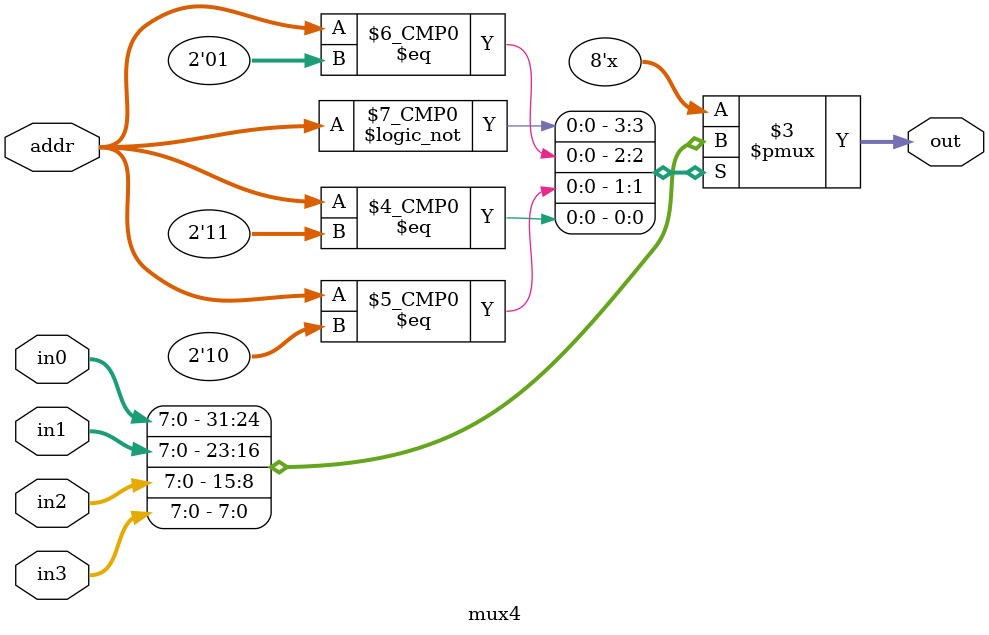
<source format=v>
/*
	MODULE : div_half
	MODULE : divider
	MODULE : div_16
	MODULE : key_debounce
	MODULE : meter_log2_rank8_max95
	MOUDLE : mux4
 */

module div_half
(
  input clk,
  input rst_n,
  output cp
); 
  reg toggle ;
  assign cp = toggle ;
  always @ ( posedge clk or negedge rst_n )
    if( ! rst_n ) begin
      toggle <= 1'b0 ;
    end
    else if ( toggle == 1'b1 ) begin
      toggle <= toggle ^ 1'b1 ;
    end      
    else toggle <= toggle ^ 1'b1 ;  //？？？
endmodule

///////////////////////////////////////////////////////////////////////////////

module divider 
#( parameter [15:0] CNT_NUM = 16'd50000 ) 	// 5ms @ 10MHz
(
	input clk, 			// system clock
	input rst_n, 		// reset input, negative
	output reg cp 		// output clock pulse
);
	reg [15:0] cnt ;
	
	always @( posedge clk or negedge rst_n )
		if( ! rst_n ) begin
			cnt <= 16'd0 ;
			cp <= 1'b0 ;
		end
		else if ( cnt == CNT_NUM -1 ) begin
			cnt <= 16'd0 ;
			cp <= 1'b1 ;
		end
		else begin
			cnt <= cnt + 16'd1 ;
			cp <= 1'b0 ;
		end
endmodule

///////////////////////////////////////////////////////////////////////////////

module div_16 
#( parameter [3:0] CNT_NUM = 4'd8 )
(
	input clk, 		
	input rst_n,
	output reg cp 
);
	reg [ 3:0 ] cnt ;
	
	always @( posedge clk or negedge rst_n )
		if( ! rst_n ) begin
			cnt <= 4'd0 ; 			cp <= 1'b0 ;
		end
		else if ( cnt == CNT_NUM -1 ) begin
			cnt <= 4'd0 ;			cp <= 1'b1 ;
		end
		else begin
			cnt <= cnt + 4'd1 ; cp <= 1'b0 ;
		end
endmodule

///////////////////////////////////////////////////////////////////////////////

module key_debounce 
# (	parameter CNT_NUM = 16'd33333 ) // 10MHz, 6.67ms 
(
	clk,		// system clock
	rst_n, 		// reset input, negative
	key_n,		// button input, negative
	key_state,	// debounce state output
	key_pulse, 	// at negedge of key_state with a clk period width pos impluse
	key_pulse_n // at negedge of key_state with a clk period width neg impluse
);
	input clk, rst_n , key_n ;
	output key_state  ;	
	reg key_state ;
	output key_pulse , key_pulse_n ;
	
	localparam REG_NUM = 5 ;	// REG_NUM = 2*VOTE_NUM -1
	localparam VOTE_NUM = 3 ; 
	localparam REG_SUM_WIDTH = 3 ;
	localparam REG_INIT = 5'b11111 ;

	localparam S_IDLE = 1'b0, S_ACTIVE = 1'b1 ;
	reg state ;
	reg [ 15:0 ] cnt ;
	
	reg [ 1: REG_NUM ] shift_reg ;
	reg [ REG_SUM_WIDTH-1 : 0 ] sum ;
	
	wire key_an ;		// pulse when key_n changed
	reg out_reg ; 		// lock the change of key_state
	
	// Register shift_reg, lock key_n to next clk
	always @( posedge clk or negedge rst_n ) begin
		if ( ! rst_n ) shift_reg <= REG_INIT ;
		else shift_reg = { key_n , shift_reg [ 1 : REG_NUM-1 ] } ;
    end
	integer i ;
	always @( shift_reg ) begin
		sum = shift_reg[1] ;
		for ( i = 2 ; i <= REG_NUM ; i=i+1 ) begin
			sum = sum + shift_reg[i];
		end
	end
	
	// Detect the edge of key_n
	assign key_an = ( shift_reg[1] == key_n ) ? 1'b0 : 1'b1 ;
	
	// FSM : S_IDLE -> S_ACTIVE when key_an = 1 ;
	//       S_ACTIVE -> S_IDLE when cnt reaches to CNT_NUM
	always @( posedge clk or negedge rst_n )
		if( ! rst_n ) begin
			state <= S_IDLE ;
			key_state <= 1'b1 ;
		end
		else begin
			case( state )
				S_IDLE : begin
					if ( key_an ) begin 
						state <= S_ACTIVE ;
						cnt <= 0 ;
					end
				end
				S_ACTIVE : begin
					// Count the number of clk pulses when an edge of key_n occurs
					if ( cnt == CNT_NUM - 1 ) begin
						state <= S_IDLE ;
						// Make a decision by samples
						if ( sum >= VOTE_NUM ) key_state <= 1'b1 ;
						else key_state <= 1'b0 ;
					end
					else cnt <= cnt + 16'd1 ; 
				end
			endcase
		end
		
	always @( posedge clk or negedge rst_n )
		if( !rst_n ) out_reg = 1 ;
		else out_reg = key_state ;
	assign key_pulse = (! key_state ) && ( out_reg != key_state ) ;	
	assign key_pulse_n = ~key_pulse ;
	
endmodule

///////////////////////////////////////////////////////////////////////////////

module meter_log2_rank8_max95
(
	input [ 7:0 ] num ,
	output reg [ 7:0 ] rank,
	output [ 7:0 ] rank_n
);

	always @ ( num )
		if ( num >= 8'd96 ) rank = 8'b1111_1111 ;
		else if ( num >= 8'd64 ) rank = 8'b0111_1111 ;
		else if ( num >= 8'd32 ) rank = 8'b0011_1111 ;
		else if ( num >= 8'd16 ) rank = 8'b0001_1111 ;
		else if ( num >= 8'd8 ) rank = 8'b0000_1111 ;
		else if ( num >= 8'd4 ) rank = 8'b0000_0111 ;
		else if ( num >= 8'd2 ) rank = 8'b0000_0011 ;
		else if ( num >= 8'd1 ) rank = 8'b0000_0001 ;
		else rank = 8'b0000_0000 ;	 // num == 8'd0
	
	assign rank_n = ~rank ;
	
endmodule

///////////////////////////////////////////////////////////////////////////////

module mux4
# ( parameter N = 8 )
(
	input [ 1:0 ] addr ,
	input [ N-1:0 ] in0 ,
	input [ N-1:0 ] in1 ,
	input [ N-1:0 ] in2 ,
	input [ N-1:0 ] in3 ,
	output reg [ N-1:0 ] out
);

	always @ ( addr or in0 or in1 or in2 or in3 ) 
		case ( addr )
			2'b00 : out = in0 ;
			2'b01 : out = in1 ;
			2'b10 : out = in2 ;
			2'b11 : out = in3 ;
		endcase
		
endmodule
	
</source>
